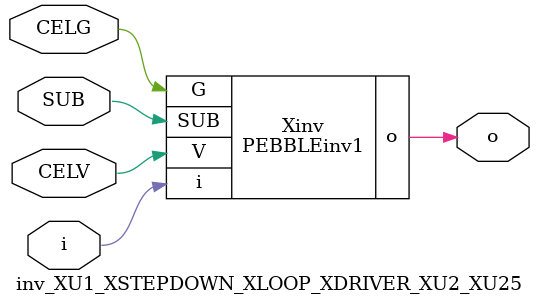
<source format=v>



module PEBBLEinv1 ( o, G, SUB, V, i );

  input V;
  input i;
  input G;
  output o;
  input SUB;
endmodule

//Celera Confidential Do Not Copy inv_XU1_XSTEPDOWN_XLOOP_XDRIVER_XU2_XU25
//Celera Confidential Symbol Generator
//5V Inverter
module inv_XU1_XSTEPDOWN_XLOOP_XDRIVER_XU2_XU25 (CELV,CELG,i,o,SUB);
input CELV;
input CELG;
input i;
input SUB;
output o;

//Celera Confidential Do Not Copy inv
PEBBLEinv1 Xinv(
.V (CELV),
.i (i),
.o (o),
.SUB (SUB),
.G (CELG)
);
//,diesize,PEBBLEinv1

//Celera Confidential Do Not Copy Module End
//Celera Schematic Generator
endmodule

</source>
